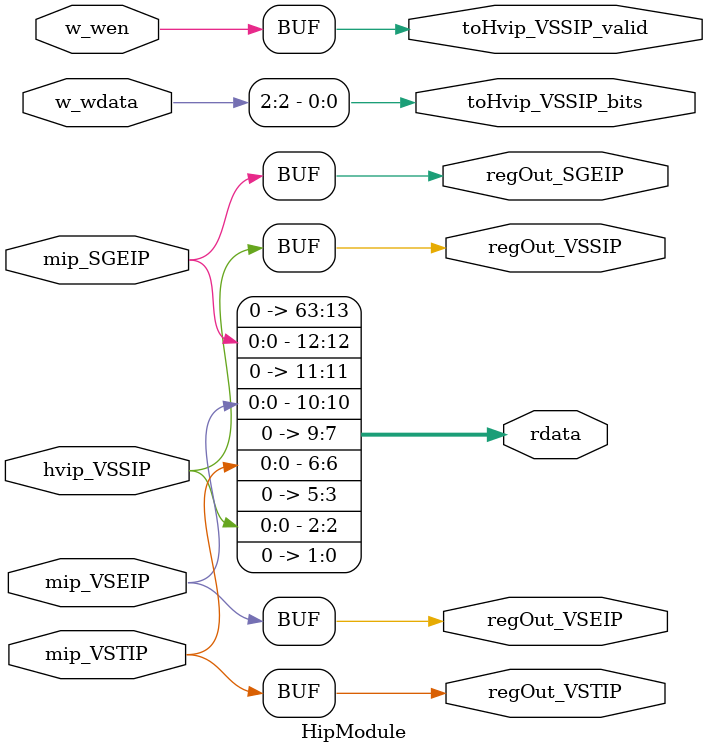
<source format=v>
`ifndef RANDOMIZE
  `ifdef RANDOMIZE_MEM_INIT
    `define RANDOMIZE
  `endif // RANDOMIZE_MEM_INIT
`endif // not def RANDOMIZE
`ifndef RANDOMIZE
  `ifdef RANDOMIZE_REG_INIT
    `define RANDOMIZE
  `endif // RANDOMIZE_REG_INIT
`endif // not def RANDOMIZE
`ifndef RANDOM
  `define RANDOM $random
`endif // not def RANDOM
// Users can define INIT_RANDOM as general code that gets injected into the
// initializer block for modules with registers.
`ifndef INIT_RANDOM
  `define INIT_RANDOM
`endif // not def INIT_RANDOM
// If using random initialization, you can also define RANDOMIZE_DELAY to
// customize the delay used, otherwise 0.002 is used.
`ifndef RANDOMIZE_DELAY
  `define RANDOMIZE_DELAY 0.002
`endif // not def RANDOMIZE_DELAY
// Define INIT_RANDOM_PROLOG_ for use in our modules below.
`ifndef INIT_RANDOM_PROLOG_
  `ifdef RANDOMIZE
    `ifdef VERILATOR
      `define INIT_RANDOM_PROLOG_ `INIT_RANDOM
    `else  // VERILATOR
      `define INIT_RANDOM_PROLOG_ `INIT_RANDOM #`RANDOMIZE_DELAY begin end
    `endif // VERILATOR
  `else  // RANDOMIZE
    `define INIT_RANDOM_PROLOG_
  `endif // RANDOMIZE
`endif // not def INIT_RANDOM_PROLOG_
// Include register initializers in init blocks unless synthesis is set
`ifndef SYNTHESIS
  `ifndef ENABLE_INITIAL_REG_
    `define ENABLE_INITIAL_REG_
  `endif // not def ENABLE_INITIAL_REG_
`endif // not def SYNTHESIS
// Include rmemory initializers in init blocks unless synthesis is set
`ifndef SYNTHESIS
  `ifndef ENABLE_INITIAL_MEM_
    `define ENABLE_INITIAL_MEM_
  `endif // not def ENABLE_INITIAL_MEM_
`endif // not def SYNTHESIS
module HipModule(
  input         w_wen,
  input  [63:0] w_wdata,
  output [63:0] rdata,
  output        regOut_VSSIP,
  output        regOut_VSTIP,
  output        regOut_VSEIP,
  output        regOut_SGEIP,
  input         mip_VSTIP,
  input         mip_VSEIP,
  input         mip_SGEIP,
  input         hvip_VSSIP,
  output        toHvip_VSSIP_valid,
  output        toHvip_VSSIP_bits
);

  assign rdata =
    {51'h0, mip_SGEIP, 1'h0, mip_VSEIP, 3'h0, mip_VSTIP, 3'h0, hvip_VSSIP, 2'h0};
  assign regOut_VSSIP = hvip_VSSIP;
  assign regOut_VSTIP = mip_VSTIP;
  assign regOut_VSEIP = mip_VSEIP;
  assign regOut_SGEIP = mip_SGEIP;
  assign toHvip_VSSIP_valid = w_wen;
  assign toHvip_VSSIP_bits = w_wdata[2];
endmodule


</source>
